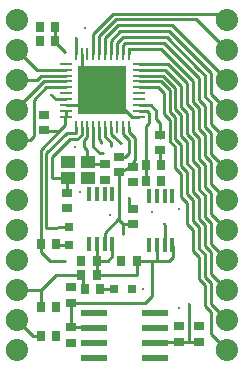
<source format=gtl>
G04 (created by PCBNEW (2013-jul-07)-stable) date Mon 28 Dec 2015 12:05:22 PM PST*
%MOIN*%
G04 Gerber Fmt 3.4, Leading zero omitted, Abs format*
%FSLAX34Y34*%
G01*
G70*
G90*
G04 APERTURE LIST*
%ADD10C,0.00393701*%
%ADD11R,0.0393X0.0098*%
%ADD12R,0.0098X0.0393*%
%ADD13R,0.1614X0.1614*%
%ADD14R,0.0275X0.0354*%
%ADD15R,0.0314X0.0314*%
%ADD16R,0.0354X0.0275*%
%ADD17R,0.0118X0.0472*%
%ADD18R,0.0472X0.0433*%
%ADD19R,0.0866X0.0236*%
%ADD20O,0.074X0.074*%
%ADD21C,0.0122*%
%ADD22C,0.01*%
G04 APERTURE END LIST*
G54D10*
G54D11*
X56706Y-37343D03*
X56706Y-37540D03*
X56706Y-37736D03*
X56706Y-37933D03*
X56706Y-38130D03*
X56706Y-38326D03*
X56706Y-38523D03*
X56706Y-38720D03*
X56706Y-38916D03*
X56706Y-39113D03*
G54D12*
X57041Y-39448D03*
X57238Y-39448D03*
X57434Y-39448D03*
X57631Y-39448D03*
X57828Y-39448D03*
X58024Y-39448D03*
X58221Y-39448D03*
X58418Y-39448D03*
X58614Y-39448D03*
X58811Y-39448D03*
G54D11*
X59146Y-39113D03*
X59146Y-38916D03*
X59146Y-38720D03*
X59146Y-38523D03*
X59146Y-38326D03*
X59146Y-38130D03*
X59146Y-37933D03*
X59146Y-37736D03*
X59146Y-37540D03*
X59146Y-37343D03*
G54D12*
X58811Y-37008D03*
X58614Y-37008D03*
X58418Y-37008D03*
X58221Y-37008D03*
X58024Y-37008D03*
X57828Y-37008D03*
X57631Y-37008D03*
X57434Y-37008D03*
X57238Y-37008D03*
X57041Y-37008D03*
G54D13*
X57926Y-38228D03*
G54D14*
X56401Y-43358D03*
X55891Y-43358D03*
G54D15*
X56815Y-42787D03*
X56815Y-43377D03*
G54D16*
X55989Y-39558D03*
X55989Y-39048D03*
X58477Y-40453D03*
X58477Y-40963D03*
X59839Y-39717D03*
X59839Y-40227D03*
G54D14*
X55852Y-36114D03*
X56362Y-36114D03*
X58568Y-43909D03*
X59078Y-43909D03*
X55852Y-36586D03*
X56362Y-36586D03*
X59383Y-40732D03*
X59893Y-40732D03*
X59383Y-41240D03*
X59893Y-41240D03*
G54D16*
X58949Y-40768D03*
X58949Y-41278D03*
X58949Y-42185D03*
X58949Y-42695D03*
G54D17*
X57494Y-41700D03*
X57750Y-41700D03*
X58005Y-41700D03*
X58261Y-41700D03*
X58261Y-43362D03*
X58005Y-43362D03*
X57750Y-43362D03*
X57494Y-43362D03*
G54D14*
X57230Y-43909D03*
X57740Y-43909D03*
G54D17*
X59502Y-41739D03*
X59758Y-41739D03*
X60013Y-41739D03*
X60269Y-41739D03*
X60269Y-43401D03*
X60013Y-43401D03*
X59758Y-43401D03*
X59502Y-43401D03*
G54D16*
X56737Y-41646D03*
X56737Y-42156D03*
X58036Y-40701D03*
X58036Y-41211D03*
G54D18*
X56796Y-41152D03*
X57464Y-41152D03*
X57464Y-40602D03*
X56796Y-40602D03*
G54D19*
X57643Y-46139D03*
X59689Y-46139D03*
X57643Y-45639D03*
X57643Y-46639D03*
X57643Y-47139D03*
X59689Y-45639D03*
X59689Y-46639D03*
X59689Y-47139D03*
G54D16*
X60477Y-46605D03*
X60477Y-46095D03*
X56894Y-46134D03*
X56894Y-46644D03*
X56894Y-45306D03*
X56894Y-44796D03*
X61146Y-46605D03*
X61146Y-46095D03*
G54D14*
X57740Y-44381D03*
X57230Y-44381D03*
X55891Y-45444D03*
X56401Y-45444D03*
G54D15*
X58921Y-44854D03*
X58331Y-44854D03*
G54D14*
X57858Y-44854D03*
X57348Y-44854D03*
X55891Y-46429D03*
X56401Y-46429D03*
G54D20*
X55083Y-39873D03*
X55083Y-38873D03*
X55083Y-37873D03*
X55083Y-36873D03*
X55083Y-35873D03*
X62071Y-35877D03*
X62071Y-36877D03*
X62071Y-37877D03*
X62071Y-38877D03*
X62071Y-39877D03*
X62071Y-40877D03*
X62071Y-41877D03*
X62071Y-42877D03*
X62071Y-43877D03*
X62071Y-44877D03*
X62071Y-45877D03*
X62071Y-46877D03*
X55083Y-43869D03*
X55083Y-42869D03*
X55083Y-41869D03*
X55083Y-40869D03*
X55083Y-44873D03*
X55083Y-45873D03*
X55083Y-46873D03*
G54D21*
X57339Y-36161D03*
X57012Y-40129D03*
X57170Y-41625D03*
X59571Y-42295D03*
X59296Y-44854D03*
X60477Y-42177D03*
X60477Y-45484D03*
X58193Y-42373D03*
X58626Y-43003D03*
X59973Y-42677D03*
X56697Y-43909D03*
X57957Y-40326D03*
X57886Y-39999D03*
X58233Y-40090D03*
X58556Y-39999D03*
X58823Y-41822D03*
X59847Y-39303D03*
X56233Y-38385D03*
X56697Y-36940D03*
X60831Y-45366D03*
X57052Y-36468D03*
G54D22*
X58949Y-40767D02*
X58969Y-40688D01*
X58812Y-39621D02*
X58812Y-39448D01*
X58469Y-42531D02*
X58477Y-42523D01*
X58477Y-40964D02*
X58477Y-42523D01*
X58626Y-43003D02*
X58626Y-42688D01*
X58626Y-42688D02*
X58469Y-42531D01*
X58006Y-43363D02*
X58006Y-42994D01*
X58006Y-42994D02*
X58469Y-42531D01*
X58477Y-40964D02*
X58949Y-40767D01*
X58812Y-39621D02*
X59020Y-39830D01*
X59020Y-39830D02*
X59020Y-40562D01*
X59020Y-40562D02*
X58949Y-40633D01*
X58949Y-40633D02*
X58949Y-40767D01*
X58949Y-42696D02*
X58941Y-42688D01*
X58941Y-42688D02*
X58626Y-42688D01*
X56705Y-38917D02*
X56705Y-39114D01*
X56686Y-39389D02*
X56619Y-39460D01*
X56619Y-39460D02*
X56481Y-39598D01*
X56481Y-39598D02*
X55871Y-40208D01*
X55871Y-40208D02*
X55871Y-43338D01*
X55871Y-43338D02*
X55890Y-43358D01*
X55890Y-43358D02*
X55890Y-43614D01*
X55890Y-43614D02*
X56186Y-43909D01*
X56186Y-43909D02*
X56697Y-43909D01*
X55989Y-39558D02*
X56028Y-39598D01*
X56028Y-39598D02*
X56481Y-39598D01*
X59973Y-42677D02*
X60014Y-42717D01*
X60014Y-42717D02*
X60014Y-43402D01*
X56705Y-39114D02*
X56686Y-39114D01*
X56686Y-39114D02*
X56686Y-39389D01*
X56705Y-38720D02*
X57434Y-38720D01*
X57434Y-38720D02*
X57926Y-38228D01*
X57237Y-37007D02*
X57237Y-37539D01*
X57237Y-37539D02*
X57926Y-38228D01*
X59146Y-39114D02*
X58910Y-39114D01*
X58910Y-39114D02*
X58654Y-38858D01*
X58654Y-38858D02*
X58556Y-38858D01*
X58556Y-38858D02*
X57926Y-38228D01*
X59894Y-40732D02*
X59839Y-40755D01*
X59839Y-40755D02*
X59839Y-40228D01*
X56815Y-43377D02*
X56579Y-43377D01*
X56579Y-43377D02*
X56402Y-43358D01*
X58418Y-37007D02*
X58418Y-36653D01*
X58418Y-36653D02*
X58615Y-36456D01*
X61154Y-37539D02*
X61343Y-37728D01*
X61343Y-37728D02*
X61343Y-38436D01*
X61343Y-38436D02*
X61540Y-38633D01*
X61540Y-38633D02*
X61540Y-39346D01*
X61540Y-39346D02*
X62071Y-39877D01*
X58615Y-36456D02*
X60071Y-36456D01*
X60071Y-36456D02*
X61154Y-37539D01*
X58615Y-37007D02*
X58615Y-36732D01*
X58615Y-36732D02*
X58693Y-36653D01*
X61154Y-37834D02*
X61154Y-38543D01*
X61154Y-38543D02*
X61351Y-38740D01*
X61351Y-38740D02*
X61351Y-39448D01*
X61351Y-39448D02*
X61548Y-39645D01*
X61548Y-39645D02*
X61548Y-40354D01*
X61548Y-40354D02*
X62071Y-40877D01*
X58693Y-36653D02*
X59973Y-36653D01*
X59973Y-36653D02*
X61154Y-37834D01*
X58812Y-37007D02*
X58812Y-36850D01*
X60957Y-37913D02*
X60957Y-38621D01*
X60957Y-38621D02*
X61154Y-38818D01*
X61154Y-38818D02*
X61154Y-39527D01*
X61154Y-39527D02*
X61351Y-39724D01*
X61351Y-39724D02*
X61351Y-40432D01*
X61351Y-40432D02*
X61548Y-40629D01*
X61548Y-40629D02*
X61548Y-41354D01*
X61548Y-41354D02*
X62071Y-41877D01*
X58812Y-36850D02*
X59894Y-36850D01*
X59894Y-36850D02*
X60957Y-37913D01*
X59146Y-37342D02*
X60111Y-37342D01*
X60760Y-37991D02*
X60760Y-38700D01*
X60760Y-38700D02*
X60957Y-38897D01*
X60957Y-38897D02*
X60957Y-39606D01*
X60957Y-39606D02*
X61154Y-39803D01*
X61154Y-39803D02*
X61154Y-40511D01*
X61154Y-40511D02*
X61351Y-40708D01*
X61351Y-40708D02*
X61351Y-41456D01*
X61351Y-41456D02*
X61548Y-41653D01*
X61548Y-41653D02*
X61548Y-42354D01*
X61548Y-42354D02*
X62071Y-42877D01*
X60111Y-37342D02*
X60760Y-37991D01*
X59146Y-37539D02*
X60032Y-37539D01*
X60563Y-38070D02*
X60563Y-38779D01*
X60563Y-38779D02*
X60760Y-38976D01*
X60760Y-38976D02*
X60760Y-39684D01*
X60760Y-39684D02*
X60957Y-39881D01*
X60957Y-39881D02*
X60957Y-40590D01*
X60957Y-40590D02*
X61154Y-40787D01*
X61154Y-40787D02*
X61154Y-41535D01*
X61154Y-41535D02*
X61351Y-41732D01*
X61351Y-41732D02*
X61351Y-42440D01*
X61351Y-42440D02*
X61548Y-42637D01*
X61548Y-42637D02*
X61548Y-43354D01*
X61548Y-43354D02*
X62071Y-43877D01*
X60032Y-37539D02*
X60563Y-38070D01*
X59146Y-37736D02*
X59953Y-37736D01*
X60367Y-38149D02*
X60367Y-38858D01*
X60367Y-38858D02*
X60563Y-39054D01*
X60563Y-39054D02*
X60563Y-39763D01*
X60563Y-39763D02*
X60760Y-39960D01*
X60760Y-39960D02*
X60760Y-40669D01*
X60760Y-40669D02*
X60957Y-40866D01*
X60957Y-40866D02*
X60957Y-41614D01*
X60957Y-41614D02*
X61154Y-41810D01*
X61154Y-41810D02*
X61154Y-42519D01*
X61154Y-42519D02*
X61351Y-42716D01*
X61351Y-42716D02*
X61351Y-43425D01*
X61351Y-43425D02*
X61548Y-43621D01*
X61548Y-43621D02*
X61548Y-44354D01*
X61548Y-44354D02*
X62071Y-44877D01*
X59953Y-37736D02*
X60367Y-38149D01*
X59146Y-37932D02*
X59875Y-37932D01*
X59875Y-37932D02*
X60170Y-38228D01*
X60170Y-38228D02*
X60170Y-38936D01*
X60170Y-38936D02*
X60367Y-39133D01*
X60367Y-39133D02*
X60367Y-39842D01*
X60367Y-39842D02*
X60563Y-40039D01*
X60563Y-40039D02*
X60563Y-40747D01*
X60563Y-40747D02*
X60760Y-40944D01*
X60760Y-40944D02*
X60760Y-41692D01*
X60760Y-41692D02*
X60957Y-41889D01*
X60957Y-41889D02*
X60957Y-42598D01*
X60957Y-42598D02*
X61154Y-42795D01*
X61154Y-42795D02*
X61154Y-43503D01*
X61154Y-43503D02*
X61351Y-43700D01*
X61351Y-43700D02*
X61351Y-44448D01*
X61351Y-44448D02*
X61548Y-44645D01*
X61548Y-44645D02*
X61548Y-45354D01*
X61548Y-45354D02*
X62071Y-45877D01*
X59146Y-38129D02*
X59796Y-38129D01*
X59796Y-38129D02*
X59973Y-38306D01*
X59973Y-38306D02*
X59973Y-39015D01*
X59973Y-39015D02*
X60170Y-39212D01*
X60170Y-39212D02*
X60170Y-39921D01*
X60170Y-39921D02*
X60367Y-40117D01*
X60367Y-40117D02*
X60367Y-40826D01*
X60367Y-40826D02*
X60563Y-41023D01*
X60563Y-41023D02*
X60563Y-41771D01*
X60563Y-41771D02*
X60760Y-41968D01*
X60760Y-41968D02*
X60760Y-42677D01*
X60760Y-42677D02*
X60957Y-42873D01*
X60957Y-42873D02*
X60957Y-43582D01*
X60957Y-43582D02*
X61154Y-43779D01*
X61154Y-43779D02*
X61154Y-44527D01*
X61154Y-44527D02*
X61351Y-44724D01*
X61351Y-44724D02*
X61351Y-45432D01*
X61351Y-45432D02*
X61548Y-45629D01*
X61548Y-45629D02*
X61548Y-46354D01*
X61548Y-46354D02*
X62071Y-46877D01*
X56705Y-38129D02*
X56056Y-38129D01*
X56056Y-38129D02*
X55642Y-38543D01*
X55642Y-38543D02*
X55642Y-39763D01*
X55642Y-39763D02*
X55524Y-39881D01*
X55524Y-39881D02*
X55079Y-39881D01*
X55079Y-39881D02*
X55079Y-39877D01*
X55079Y-39877D02*
X55083Y-39873D01*
X56705Y-37932D02*
X55977Y-37932D01*
X55977Y-37932D02*
X55079Y-38830D01*
X55079Y-38830D02*
X55079Y-38869D01*
X55079Y-38869D02*
X55083Y-38873D01*
X56705Y-37736D02*
X55898Y-37736D01*
X55898Y-37736D02*
X55760Y-37873D01*
X55760Y-37873D02*
X55083Y-37873D01*
X56705Y-37539D02*
X55760Y-37539D01*
X55760Y-37539D02*
X55099Y-36889D01*
X55099Y-36889D02*
X55083Y-36873D01*
X58036Y-40700D02*
X57465Y-40700D01*
X57465Y-40700D02*
X57465Y-40602D01*
X57465Y-40602D02*
X57406Y-40543D01*
X57406Y-40543D02*
X57406Y-40208D01*
X57406Y-40208D02*
X57327Y-40129D01*
X57327Y-40129D02*
X57327Y-39893D01*
X57327Y-39893D02*
X57434Y-39787D01*
X57434Y-39787D02*
X57434Y-39448D01*
X57957Y-40326D02*
X57839Y-40326D01*
X57839Y-40326D02*
X57630Y-40117D01*
X57630Y-39448D02*
X57630Y-40117D01*
X57886Y-39999D02*
X57886Y-39909D01*
X57886Y-39909D02*
X57827Y-39850D01*
X57827Y-39850D02*
X57827Y-39448D01*
X58024Y-39448D02*
X58024Y-39763D01*
X58024Y-39763D02*
X58233Y-39972D01*
X58233Y-39972D02*
X58233Y-40090D01*
X57237Y-39448D02*
X57237Y-39708D01*
X57237Y-39708D02*
X57091Y-39854D01*
X57091Y-39854D02*
X56855Y-39854D01*
X56855Y-39854D02*
X56264Y-40444D01*
X56264Y-40444D02*
X56264Y-41153D01*
X56264Y-41153D02*
X56796Y-41153D01*
X56737Y-41645D02*
X56737Y-41133D01*
X56737Y-41133D02*
X56796Y-41153D01*
X55890Y-46429D02*
X55634Y-46429D01*
X55083Y-45873D02*
X55083Y-45877D01*
X55083Y-45877D02*
X55634Y-46429D01*
X58556Y-39999D02*
X58319Y-39787D01*
X58319Y-39787D02*
X58221Y-39688D01*
X58221Y-39688D02*
X58221Y-39448D01*
X58949Y-42184D02*
X58823Y-42058D01*
X58823Y-42058D02*
X58823Y-41822D01*
X55890Y-44873D02*
X56382Y-44381D01*
X56382Y-44381D02*
X57229Y-44381D01*
X57229Y-44381D02*
X57288Y-44460D01*
X57288Y-44460D02*
X57288Y-44795D01*
X57288Y-44795D02*
X57347Y-44854D01*
X55890Y-45444D02*
X55890Y-44873D01*
X55083Y-44873D02*
X55890Y-44873D01*
X57859Y-44854D02*
X58331Y-44854D01*
X59493Y-39303D02*
X59382Y-39413D01*
X59382Y-39413D02*
X59382Y-40732D01*
X59382Y-40732D02*
X59382Y-41240D01*
X59146Y-38917D02*
X59422Y-38917D01*
X59422Y-38917D02*
X59493Y-38988D01*
X59493Y-38988D02*
X59493Y-39303D01*
X58823Y-40303D02*
X58823Y-39893D01*
X58823Y-39893D02*
X58615Y-39684D01*
X58615Y-39684D02*
X58615Y-39448D01*
X58477Y-40452D02*
X58674Y-40452D01*
X58674Y-40452D02*
X58823Y-40303D01*
X57630Y-37007D02*
X57630Y-36338D01*
X57630Y-36338D02*
X58300Y-35669D01*
X58300Y-35669D02*
X61863Y-35669D01*
X61863Y-35669D02*
X62071Y-35877D01*
X59146Y-38720D02*
X59540Y-38720D01*
X59540Y-38720D02*
X59729Y-38909D01*
X59729Y-38909D02*
X59729Y-39184D01*
X59729Y-39184D02*
X59847Y-39303D01*
X59839Y-39716D02*
X59847Y-39826D01*
X59847Y-39826D02*
X59847Y-39303D01*
X56233Y-38385D02*
X56371Y-38523D01*
X56371Y-38523D02*
X56705Y-38523D01*
X56697Y-36940D02*
X56335Y-36578D01*
X56335Y-36578D02*
X56363Y-36586D01*
X56363Y-36586D02*
X56363Y-36114D01*
X57827Y-37007D02*
X57827Y-36417D01*
X57827Y-36417D02*
X58378Y-35866D01*
X58378Y-35866D02*
X61060Y-35866D01*
X61060Y-35866D02*
X62071Y-36877D01*
X58024Y-37007D02*
X58024Y-36495D01*
X58024Y-36495D02*
X58457Y-36062D01*
X61540Y-37346D02*
X61613Y-37419D01*
X61613Y-37419D02*
X62071Y-37877D01*
X58457Y-36062D02*
X60256Y-36062D01*
X60256Y-36062D02*
X61540Y-37346D01*
X58221Y-37007D02*
X58221Y-36574D01*
X58221Y-36574D02*
X58536Y-36259D01*
X61540Y-37649D02*
X61540Y-38346D01*
X61540Y-38346D02*
X62071Y-38877D01*
X58536Y-36259D02*
X60150Y-36259D01*
X60150Y-36259D02*
X61540Y-37649D01*
X57040Y-39448D02*
X57040Y-39637D01*
X57040Y-39637D02*
X56756Y-39637D01*
X56756Y-39637D02*
X56067Y-40326D01*
X56067Y-40326D02*
X56067Y-42806D01*
X56067Y-42806D02*
X56815Y-42787D01*
X59735Y-46606D02*
X59689Y-46639D01*
X57040Y-37007D02*
X57040Y-36480D01*
X57040Y-36480D02*
X57052Y-36468D01*
X61146Y-46606D02*
X61152Y-46639D01*
X59735Y-46606D02*
X60477Y-46606D01*
X60477Y-46606D02*
X60831Y-46606D01*
X60831Y-46606D02*
X61146Y-46606D01*
X60831Y-45366D02*
X60831Y-46606D01*
X59768Y-43909D02*
X59758Y-43402D01*
X57741Y-43372D02*
X57750Y-43363D01*
X57750Y-43363D02*
X57760Y-43363D01*
X58262Y-43363D02*
X58262Y-43762D01*
X58262Y-43762D02*
X58115Y-43909D01*
X58115Y-43909D02*
X57741Y-43909D01*
X60270Y-43402D02*
X60270Y-43801D01*
X60270Y-43801D02*
X60162Y-43909D01*
X60162Y-43909D02*
X59768Y-43909D01*
X59768Y-43909D02*
X59571Y-43909D01*
X59571Y-43909D02*
X59453Y-43909D01*
X59453Y-43909D02*
X59079Y-43909D01*
X57642Y-46139D02*
X56894Y-46133D01*
X56894Y-45306D02*
X56894Y-46133D01*
X56894Y-45306D02*
X59355Y-45306D01*
X59355Y-45306D02*
X59571Y-45090D01*
X59571Y-45090D02*
X59571Y-43909D01*
X57750Y-43363D02*
X57741Y-43363D01*
X57741Y-43363D02*
X57741Y-43909D01*
X57741Y-43909D02*
X57741Y-44381D01*
X59079Y-43909D02*
X59079Y-44381D01*
X59079Y-44381D02*
X57741Y-44381D01*
M02*

</source>
